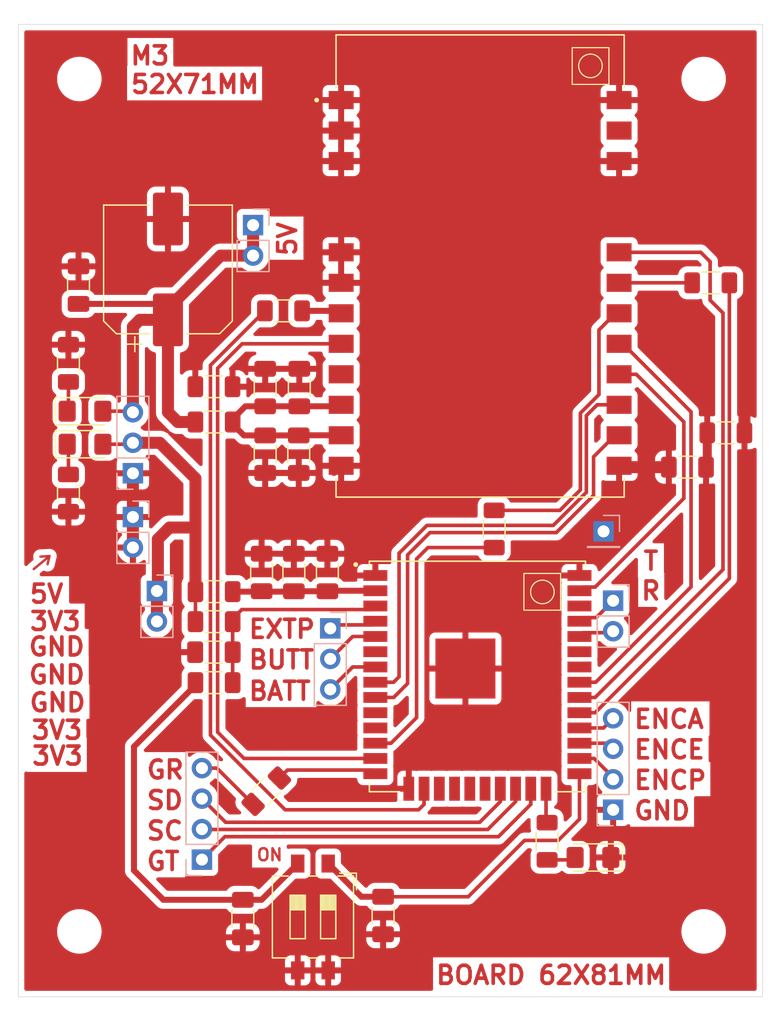
<source format=kicad_pcb>
(kicad_pcb (version 20240108) (generator "pcbnew") (generator_version "8.0")
  (layers (0 "F.Cu" signal) (31 "B.Cu" signal) (34 "B.Paste" user) (35 "F.Paste" user) (36 "B.SilkS" user "B.Silkscreen") (37 "F.SilkS" user "F.Silkscreen") (38 "B.Mask" user) (39 "F.Mask" user) (44 "Edge.Cuts" user))
  (net 0 "")
  (net 1 "GND")
  (net 2 "+3.3V")
  (net 3 "+5V")
  (net 4 "Net-(U1-RXEN)")
  (net 5 "RXEN")
  (net 6 "~{RST}")
  (net 7 "MISO")
  (net 8 "SCK")
  (net 9 "NSS")
  (net 10 "BUSY")
  (net 11 "MOSI")
  (net 12 "DIO1")
  (net 13 "TXEN")
  (net 17 "EXT_POWER_DETECT")
  (net 18 "ENC_P")
  (net 19 "SCL")
  (net 23 "GPS_TX")
  (net 25 "BUTTON")
  (net 28 "GPS_RX")
  (net 29 "STATUS_LED")
  (net 31 "ENC_E")
  (net 33 "ENC_A")
  (net 34 "BATTERY")
  (net 36 "SDA")
  (net 37 "BOOT")
  (net 38 "EN")
  (net 39 "TX0")
  (net 40 "RX0")
  (net 41 "Net-(U1-SCK)")
  (net 42 "Net-(D1-A)")
  (net 43 "Net-(U2-IO27)")
  (net 44 "Net-(D2-K)")
  (net 45 "Net-(D3-K)")
  (footprint "Resistor_SMD:R_1206_3216Metric_Pad1.30x1.75mm_HandSolder" (layer "F.Cu") (at 86.76 92.87 180)
    (property "Reference" "R2" (hide yes))
    (property "Value" "10k")
    (pad "1" smd roundrect (at -1.55 0 180) (size 1.3 1.75) (layers "F.Cu" "F.Paste" "F.Mask") (roundrect_rratio 0.192308) (net 38 "EN"))
    (pad "2" smd roundrect (at 1.55 0 180) (size 1.3 1.75) (layers "F.Cu" "F.Paste" "F.Mask") (roundrect_rratio 0.192308) (net 2 "+3.3V"))
  )
  (footprint "Capacitor_SMD:C_1206_3216Metric_Pad1.33x1.80mm_HandSolder" (layer "F.Cu") (at 93.8135 78.92 -90)
    (property "Reference" "C2" (hide yes))
    (property "Value" "22u")
    (pad "1" smd roundrect (at -1.5625 0 270) (size 1.325 1.8) (layers "F.Cu" "F.Paste" "F.Mask") (roundrect_rratio 0.188679) (net 3 "+5V"))
    (pad "2" smd roundrect (at 1.5625 0 270) (size 1.325 1.8) (layers "F.Cu" "F.Paste" "F.Mask") (roundrect_rratio 0.188679) (net 1 "GND"))
  )
  (footprint "LED_SMD:LED_1206_3216Metric_Pad1.42x1.75mm_HandSolder" (layer "F.Cu") (at 76.0125 78.09)
    (property "Reference" "D3" (hide yes))
    (property "Value" "ORANGE")
    (pad "1" smd roundrect (at -1.4875 0) (size 1.425 1.75) (layers "F.Cu" "F.Paste" "F.Mask") (roundrect_rratio 0.175439) (net 45 "Net-(D3-K)"))
    (pad "2" smd roundrect (at 1.4875 0) (size 1.425 1.75) (layers "F.Cu" "F.Paste" "F.Mask") (roundrect_rratio 0.175439) (net 2 "+3.3V"))
  )
  (footprint "Resistor_SMD:R_1206_3216Metric_Pad1.30x1.75mm_HandSolder" (layer "F.Cu") (at 86.75 73.3)
    (property "Reference" "R14" (hide yes))
    (property "Value" "0R")
    (pad "1" smd roundrect (at -1.55 0) (size 1.3 1.75) (layers "F.Cu" "F.Paste" "F.Mask") (roundrect_rratio 0.192308) (net 1 "GND"))
    (pad "2" smd roundrect (at 1.55 0) (size 1.3 1.75) (layers "F.Cu" "F.Paste" "F.Mask") (roundrect_rratio 0.192308) (net 1 "GND"))
  )
  (footprint "Capacitor_SMD:C_1206_3216Metric_Pad1.33x1.80mm_HandSolder" (layer "F.Cu") (at 100.83925 117.34525 90)
    (property "Reference" "C7" (hide yes))
    (property "Value" "100n")
    (pad "1" smd roundrect (at -1.5625 0 90) (size 1.325 1.8) (layers "F.Cu" "F.Paste" "F.Mask") (roundrect_rratio 0.188679) (net 1 "GND"))
    (pad "2" smd roundrect (at 1.5625 0 90) (size 1.325 1.8) (layers "F.Cu" "F.Paste" "F.Mask") (roundrect_rratio 0.188679) (net 37 "BOOT"))
  )
  (footprint "Resistor_SMD:R_1206_3216Metric_Pad1.30x1.75mm_HandSolder" (layer "F.Cu") (at 110.09 85.15 90)
    (property "Reference" "R7" (hide yes))
    (property "Value" "0R")
    (pad "1" smd roundrect (at -1.55 0 90) (size 1.3 1.75) (layers "F.Cu" "F.Paste" "F.Mask") (roundrect_rratio 0.192308) (net 43 "Net-(U2-IO27)"))
    (pad "2" smd roundrect (at 1.55 0 90) (size 1.3 1.75) (layers "F.Cu" "F.Paste" "F.Mask") (roundrect_rratio 0.192308) (net 11 "MOSI"))
  )
  (footprint "MountingHole:MountingHole_3.2mm_M3" (layer "F.Cu") (at 127.54 118.67)
    (property "Reference" "H4" (hide yes))
    (property "Value" "MountingHole")
    (pad "" np_thru_hole circle (at 0 0) (size 3.2 3.2) (drill 3.2) (layers "F&B.Cu" "*.Mask"))
  )
  (footprint "Resistor_SMD:R_1206_3216Metric_Pad1.30x1.75mm_HandSolder" (layer "F.Cu") (at 92.5435 66.982)
    (property "Reference" "R1" (hide yes))
    (property "Value" "0R")
    (pad "1" smd roundrect (at -1.55 0) (size 1.3 1.75) (layers "F.Cu" "F.Paste" "F.Mask") (roundrect_rratio 0.192308) (net 5 "RXEN"))
    (pad "2" smd roundrect (at 1.55 0) (size 1.3 1.75) (layers "F.Cu" "F.Paste" "F.Mask") (roundrect_rratio 0.192308) (net 4 "Net-(U1-RXEN)"))
  )
  (footprint "Resistor_SMD:R_1206_3216Metric_Pad1.30x1.75mm_HandSolder" (layer "F.Cu") (at 86.76 97.95)
    (property "Reference" "R10" (hide yes))
    (property "Value" "0R")
    (pad "1" smd roundrect (at -1.55 0) (size 1.3 1.75) (layers "F.Cu" "F.Paste" "F.Mask") (roundrect_rratio 0.192308) (net 38 "EN"))
    (pad "2" smd roundrect (at 1.55 0) (size 1.3 1.75) (layers "F.Cu" "F.Paste" "F.Mask") (roundrect_rratio 0.192308) (net 38 "EN"))
  )
  (footprint "Capacitor_SMD:C_1206_3216Metric_Pad1.33x1.80mm_HandSolder" (layer "F.Cu") (at 91.0195 78.92 -90)
    (property "Reference" "C3" (hide yes))
    (property "Value" "22u")
    (pad "1" smd roundrect (at -1.5625 0 270) (size 1.325 1.8) (layers "F.Cu" "F.Paste" "F.Mask") (roundrect_rratio 0.188679) (net 3 "+5V"))
    (pad "2" smd roundrect (at 1.5625 0 270) (size 1.325 1.8) (layers "F.Cu" "F.Paste" "F.Mask") (roundrect_rratio 0.188679) (net 1 "GND"))
  )
  (footprint "Resistor_SMD:R_1206_3216Metric_Pad1.30x1.75mm_HandSolder" (layer "F.Cu") (at 86.76 76.24)
    (property "Reference" "R8" (hide yes))
    (property "Value" "0R")
    (pad "1" smd roundrect (at -1.55 0) (size 1.3 1.75) (layers "F.Cu" "F.Paste" "F.Mask") (roundrect_rratio 0.192308) (net 3 "+5V"))
    (pad "2" smd roundrect (at 1.55 0) (size 1.3 1.75) (layers "F.Cu" "F.Paste" "F.Mask") (roundrect_rratio 0.192308) (net 3 "+5V"))
  )
  (footprint "MountingHole:MountingHole_3.2mm_M3" (layer "F.Cu") (at 75.54 47.67)
    (property "Reference" "H1" (hide yes))
    (property "Value" "MountingHole")
    (pad "" np_thru_hole circle (at 0 0) (size 3.2 3.2) (drill 3.2) (layers "*.Cu" "*.Mask"))
  )
  (footprint "LED_SMD:LED_1206_3216Metric_Pad1.42x1.75mm_HandSolder" (layer "F.Cu") (at 76.01 75.34)
    (property "Reference" "D2" (hide yes))
    (property "Value" "RED")
    (pad "1" smd roundrect (at -1.4875 0) (size 1.425 1.75) (layers "F.Cu" "F.Paste" "F.Mask") (roundrect_rratio 0.175439) (net 44 "Net-(D2-K)"))
    (pad "2" smd roundrect (at 1.4875 0) (size 1.425 1.75) (layers "F.Cu" "F.Paste" "F.Mask") (roundrect_rratio 0.175439) (net 3 "+5V"))
  )
  (footprint "Capacitor_SMD:C_1206_3216Metric_Pad1.33x1.80mm_HandSolder" (layer "F.Cu") (at 93.8615 73.3705 90)
    (property "Reference" "C6" (hide yes))
    (property "Value" "100n")
    (pad "1" smd roundrect (at -1.5625 0 90) (size 1.325 1.8) (layers "F.Cu" "F.Paste" "F.Mask") (roundrect_rratio 0.188679) (net 3 "+5V"))
    (pad "2" smd roundrect (at 1.5625 0 90) (size 1.325 1.8) (layers "F.Cu" "F.Paste" "F.Mask") (roundrect_rratio 0.188679) (net 1 "GND"))
  )
  (footprint "LED_SMD:LED_1206_3216Metric_Pad1.42x1.75mm_HandSolder" (layer "F.Cu") (at 118.32 112.51 180)
    (property "Reference" "D1" (hide yes))
    (property "Value" "BLUE")
    (pad "1" smd roundrect (at -1.4875 0 180) (size 1.425 1.75) (layers "F.Cu" "F.Paste" "F.Mask") (roundrect_rratio 0.175439) (net 1 "GND"))
    (pad "2" smd roundrect (at 1.4875 0 180) (size 1.425 1.75) (layers "F.Cu" "F.Paste" "F.Mask") (roundrect_rratio 0.175439) (net 42 "Net-(D1-A)"))
  )
  (footprint "Resistor_SMD:R_1206_3216Metric_Pad1.30x1.75mm_HandSolder" (layer "F.Cu") (at 74.63 71.35 90)
    (property "Reference" "R6" (hide yes))
    (property "Value" "330R")
    (pad "1" smd roundrect (at -1.55 0 90) (size 1.3 1.75) (layers "F.Cu" "F.Paste" "F.Mask") (roundrect_rratio 0.192308) (net 44 "Net-(D2-K)"))
    (pad "2" smd roundrect (at 1.55 0 90) (size 1.3 1.75) (layers "F.Cu" "F.Paste" "F.Mask") (roundrect_rratio 0.192308) (net 1 "GND"))
  )
  (footprint "Resistor_SMD:R_1206_3216Metric_Pad1.30x1.75mm_HandSolder" (layer "F.Cu") (at 74.63 82.16 -90)
    (property "Reference" "R5" (hide yes))
    (property "Value" "330R")
    (pad "1" smd roundrect (at -1.55 0 270) (size 1.3 1.75) (layers "F.Cu" "F.Paste" "F.Mask") (roundrect_rratio 0.192308) (net 45 "Net-(D3-K)"))
    (pad "2" smd roundrect (at 1.55 0 270) (size 1.3 1.75) (layers "F.Cu" "F.Paste" "F.Mask") (roundrect_rratio 0.192308) (net 1 "GND"))
  )
  (footprint "Resistor_SMD:R_1206_3216Metric_Pad1.30x1.75mm_HandSolder" (layer "F.Cu") (at 128.13 64.65 180)
    (property "Reference" "R3" (hide yes))
    (property "Value" "0R")
    (pad "1" smd roundrect (at -1.55 0 180) (size 1.3 1.75) (layers "F.Cu" "F.Paste" "F.Mask") (roundrect_rratio 0.192308) (net 8 "SCK"))
    (pad "2" smd roundrect (at 1.55 0 180) (size 1.3 1.75) (layers "F.Cu" "F.Paste" "F.Mask") (roundrect_rratio 0.192308) (net 41 "Net-(U1-SCK)"))
  )
  (footprint "Resistor_SMD:R_1206_3216Metric_Pad1.30x1.75mm_HandSolder" (layer "F.Cu") (at 86.76 90.37)
    (property "Reference" "R9" (hide yes))
    (property "Value" "0R")
    (pad "1" smd roundrect (at -1.55 0) (size 1.3 1.75) (layers "F.Cu" "F.Paste" "F.Mask") (roundrect_rratio 0.192308) (net 2 "+3.3V"))
    (pad "2" smd roundrect (at 1.55 0) (size 1.3 1.75) (layers "F.Cu" "F.Paste" "F.Mask") (roundrect_rratio 0.192308) (net 2 "+3.3V"))
  )
  (footprint "aa_ld1:KLS7-KL-02-N-0-0" (layer "F.Cu") (at 95.00725 117.46725 -90)
    (property "Reference" "SW3" (hide yes))
    (property "Value" "KLS7-KL-02-N-0-0")
    (fp_text user "ON" (at -5.17725 3.61725 180) (layer "F.Cu") (effects (font (thickness 0.2) (bold yes))))
    (pad "1" smd rect (at -4.45 -1.26 270) (size 1.5 1.12) (layers "F.Cu" "F.Paste" "F.Mask") (net 37 "BOOT"))
    (pad "2" smd rect (at -4.45 1.28 270) (size 1.5 1.12) (layers "F.Cu" "F.Paste" "F.Mask") (net 38 "EN"))
    (pad "3" smd rect (at 4.45 1.28 270) (size 1.5 1.12) (layers "F.Cu" "F.Paste" "F.Mask") (net 1 "GND"))
    (pad "4" smd rect (at 4.45 -1.26 270) (size 1.5 1.12) (layers "F.Cu" "F.Paste" "F.Mask") (net 1 "GND"))
  )
  (footprint "Capacitor_SMD:C_1206_3216Metric_Pad1.33x1.80mm_HandSolder" (layer "F.Cu") (at 90.72 88.77 90)
    (property "Reference" "C12" (hide yes))
    (property "Value" "100u")
    (pad "1" smd roundrect (at -1.5625 0 90) (size 1.325 1.8) (layers "F.Cu" "F.Paste" "F.Mask") (roundrect_rratio 0.188679) (net 2 "+3.3V"))
    (pad "2" smd roundrect (at 1.5625 0 90) (size 1.325 1.8) (layers "F.Cu" "F.Paste" "F.Mask") (roundrect_rratio 0.188679) (net 1 "GND"))
  )
  (footprint "Capacitor_SMD:C_1206_3216Metric_Pad1.33x1.80mm_HandSolder" (layer "F.Cu") (at 93.406 88.776 90)
    (property "Reference" "C4" (hide yes))
    (property "Value" "22u")
    (pad "1" smd roundrect (at -1.5625 0 90) (size 1.325 1.8) (layers "F.Cu" "F.Paste" "F.Mask") (roundrect_rratio 0.188679) (net 2 "+3.3V"))
    (pad "2" smd roundrect (at 1.5625 0 90) (size 1.325 1.8) (layers "F.Cu" "F.Paste" "F.Mask") (roundrect_rratio 0.188679) (net 1 "GND"))
  )
  (footprint "Capacitor_SMD:CP_Elec_10x10.5" (layer "F.Cu") (at 82.92 63.53 90)
    (property "Reference" "C10" (hide yes))
    (property "Value" "1mF")
    (pad "1" smd roundrect (at -4.2 0 90) (size 4.4 2.5) (layers "F.Cu" "F.Paste" "F.Mask") (roundrect_rratio 0.1) (net 3 "+5V"))
    (pad "2" smd roundrect (at 4.2 0 90) (size 4.4 2.5) (layers "F.Cu" "F.Paste" "F.Mask") (roundrect_rratio 0.1) (net 1 "GND"))
  )
  (footprint "Resistor_SMD:R_1206_3216Metric_Pad1.30x1.75mm_HandSolder" (layer "F.Cu") (at 91.11 106.99 45)
    (property "Reference" "R11" (hide yes))
    (property "Value" "0R")
    (pad "1" smd roundrect (at -1.550001 0 45) (size 1.3 1.75) (layers "F.Cu" "F.Paste" "F.Mask") (roundrect_rratio 0.192308) (net 28 "GPS_RX"))
    (pad "2" smd roundrect (at 1.550001 0 45) (size 1.3 1.75) (layers "F.Cu" "F.Paste" "F.Mask") (roundrect_rratio 0.192308) (net 28 "GPS_RX"))
  )
  (footprint "MountingHole:MountingHole_3.2mm_M3" (layer "F.Cu") (at 127.54 47.67)
    (property "Reference" "H2" (hide yes))
    (property "Value" "MountingHole")
    (pad "" np_thru_hole circle (at 0 0) (size 3.2 3.2) (drill 3.2) (layers "*.Cu" "*.Mask"))
  )
  (footprint "Resistor_SMD:R_1206_3216Metric_Pad1.30x1.75mm_HandSolder" (layer "F.Cu") (at 129.39 77.14)
    (property "Reference" "R12" (hide yes))
    (property "Value" "0R")
    (pad "1" smd roundrect (at -1.55 0) (size 1.3 1.75) (layers "F.Cu" "F.Paste" "F.Mask") (roundrect_rratio 0.192308) (net 1 "GND"))
    (pad "2" smd roundrect (at 1.55 0) (size 1.3 1.75) (layers "F.Cu" "F.Paste" "F.Mask") (roundrect_rratio 0.192308) (net 1 "GND"))
  )
  (footprint "Capacitor_SMD:C_1206_3216Metric_Pad1.33x1.80mm_HandSolder" (layer "F.Cu") (at 96.2 88.776 90)
    (property "Reference" "C1" (hide yes))
    (property "Value" "100n")
    (pad "1" smd roundrect (at -1.5625 0 90) (size 1.325 1.8) (layers "F.Cu" "F.Paste" "F.Mask") (roundrect_rratio 0.188679) (net 2 "+3.3V"))
    (pad "2" smd roundrect (at 1.5625 0 90) (size 1.325 1.8) (layers "F.Cu" "F.Paste" "F.Mask") (roundrect_rratio 0.188679) (net 1 "GND"))
  )
  (footprint "aa_ld1:E22-400M30S" (layer "F.Cu") (at 108.9205 63.246 180)
    (property "Reference" "U1" (hide yes))
    (property "Value" "E22-400M30S")
    (pad "1" smd rect (at 11.575 13.82 180) (size 2.08 1.51) (layers "F.Cu" "F.Paste" "F.Mask") (net 1 "GND"))
    (pad "2" smd rect (at 11.575 11.28 180) (size 2.08 1.51) (layers "F.Cu" "F.Paste" "F.Mask") (net 1 "GND"))
    (pad "3" smd rect (at 11.575 8.74 180) (size 2.08 1.51) (layers "F.Cu" "F.Paste" "F.Mask") (net 1 "GND"))
    (pad "4" smd rect (at 11.575 1.14 180) (size 2.08 1.51) (layers "F.Cu" "F.Paste" "F.Mask") (net 1 "GND"))
    (pad "5" smd rect (at 11.575 -1.4 180) (size 2.08 1.51) (layers "F.Cu" "F.Paste" "F.Mask") (net 1 "GND"))
    (pad "6" smd rect (at 11.575 -3.94 180) (size 2.08 1.51) (layers "F.Cu" "F.Paste" "F.Mask") (net 4 "Net-(U1-RXEN)"))
    (pad "7" smd rect (at 11.575 -6.48 180) (size 2.08 1.51) (layers "F.Cu" "F.Paste" "F.Mask") (net 13 "TXEN"))
    (pad "8" smd rect (at 11.575 -9.02 180) (size 2.08 1.51) (layers "F.Cu" "F.Paste" "F.Mask"))
    (pad "9" smd rect (at 11.575 -11.56 180) (size 2.08 1.51) (layers "F.Cu" "F.Paste" "F.Mask") (net 3 "+5V"))
    (pad "10" smd rect (at 11.575 -14.1 180) (size 2.08 1.51) (layers "F.Cu" "F.Paste" "F.Mask") (net 3 "+5V"))
    (pad "11" smd rect (at 11.575 -16.64 180) (size 2.08 1.51) (layers "F.Cu" "F.Paste" "F.Mask") (net 1 "GND"))
    (pad "12" smd rect (at -11.575 -16.64 180) (size 2.08 1.51) (layers "F.Cu" "F.Paste" "F.Mask") (net 1 "GND"))
    (pad "13" smd rect (at -11.575 -14.1 180) (size 2.08 1.51) (layers "F.Cu" "F.Paste" "F.Mask") (net 12 "DIO1"))
    (pad "14" smd rect (at -11.575 -11.56 180) (size 2.08 1.51) (layers "F.Cu" "F.Paste" "F.Mask") (net 10 "BUSY"))
    (pad "15" smd rect (at -11.575 -9.02 180) (size 2.08 1.51) (layers "F.Cu" "F.Paste" "F.Mask") (net 6 "~{RST}"))
    (pad "16" smd rect (at -11.575 -6.48 180) (size 2.08 1.51) (layers "F.Cu" "F.Paste" "F.Mask") (net 7 "MISO"))
    (pad "17" smd rect (at -11.575 -3.94 180) (size 2.08 1.51) (layers "F.Cu" "F.Paste" "F.Mask") (net 11 "MOSI"))
    (pad "18" smd rect (at -11.575 -1.4 180) (size 2.08 1.51) (layers "F.Cu" "F.Paste" "F.Mask") (net 41 "Net-(U1-SCK)"))
    (pad "19" smd rect (at -11.575 1.14 180) (size 2.08 1.51) (layers "F.Cu" "F.Paste" "F.Mask") (net 9 "NSS"))
    (pad "20" smd rect (at -11.575 8.74 180) (size 2.08 1.51) (layers "F.Cu" "F.Paste" "F.Mask") (net 1 "GND"))
    (pad "21" smd rect (at -11.575 11.28 180) (size 2.08 1.51) (layers "F.Cu" "F.Paste" "F.Mask"))
    (pad "22" smd rect (at -11.575 13.82 180) (size 2.08 1.51) (layers "F.Cu" "F.Paste" "F.Mask") (net 1 "GND"))
  )
  (footprint "Capacitor_SMD:C_1206_3216Metric_Pad1.33x1.80mm_HandSolder" (layer "F.Cu") (at 86.7475 95.41)
    (property "Reference" "C8" (hide yes))
    (property "Value" "100n")
    (pad "1" smd roundrect (at -1.5625 0) (size 1.325 1.8) (layers "F.Cu" "F.Paste" "F.Mask") (roundrect_rratio 0.188679) (net 1 "GND"))
    (pad "2" smd roundrect (at 1.5625 0) (size 1.325 1.8) (layers "F.Cu" "F.Paste" "F.Mask") (roundrect_rratio 0.188679) (net 38 "EN"))
  )
  (footprint "MountingHole:MountingHole_3.2mm_M3" (layer "F.Cu") (at 75.54 118.67)
    (property "Reference" "H3" (hide yes))
    (property "Value" "MountingHole")
    (pad "" np_thru_hole circle (at 0 0) (size 3.2 3.2) (drill 3.2) (layers "*.Cu" "*.Mask"))
  )
  (footprint "Resistor_SMD:R_1206_3216Metric_Pad1.30x1.75mm_HandSolder" (layer "F.Cu") (at 126.19 80)
    (property "Reference" "R13" (hide yes))
    (property "Value" "0R")
    (pad "1" smd roundrect (at -1.55 0) (size 1.3 1.75) (layers "F.Cu" "F.Paste" "F.Mask") (roundrect_rratio 0.192308) (net 1 "GND"))
    (pad "2" smd roundrect (at 1.55 0) (size 1.3 1.75) (layers "F.Cu" "F.Paste" "F.Mask") (roundrect_rratio 0.192308) (net 1 "GND"))
  )
  (footprint "Capacitor_SMD:C_1206_3216Metric_Pad1.33x1.80mm_HandSolder" (layer "F.Cu") (at 89.15525 117.59925 -90)
    (property "Reference" "C9" (hide yes))
    (property "Value" "100n")
    (pad "1" smd roundrect (at -1.5625 0 270) (size 1.325 1.8) (layers "F.Cu" "F.Paste" "F.Mask") (roundrect_rratio 0.188679) (net 38 "EN"))
    (pad "2" smd roundrect (at 1.5625 0 270) (size 1.325 1.8) (layers "F.Cu" "F.Paste" "F.Mask") (roundrect_rratio 0.188679) (net 1 "GND"))
  )
  (footprint "aa_ld1:ESP32-WROOM-32U" (layer "F.Cu") (at 108.696 97.434)
    (property "Reference" "U2" (hide yes))
    (property "Value" "ESP32-WROOM-32U")
    (pad "1" smd rect (at -8.5 -8.41) (size 2 0.9) (layers "F.Cu" "F.Paste" "F.Mask") (net 1 "GND"))
    (pad "2" smd rect (at -8.5 -7.14) (size 2 0.9) (layers "F.Cu" "F.Paste" "F.Mask") (net 2 "+3.3V"))
    (pad "3" smd rect (at -8.5 -5.87) (size 2 0.9) (layers "F.Cu" "F.Paste" "F.Mask") (net 38 "EN"))
    (pad "4" smd rect (at -8.5 -4.6) (size 2 0.9) (layers "F.Cu" "F.Paste" "F.Mask") (net 17 "EXT_POWER_DETECT"))
    (pad "5" smd rect (at -8.5 -3.33) (size 2 0.9) (layers "F.Cu" "F.Paste" "F.Mask") (net 25 "BUTTON"))
    (pad "6" smd rect (at -8.5 -2.06) (size 2 0.9) (layers "F.Cu" "F.Paste" "F.Mask"))
    (pad "7" smd rect (at -8.5 -0.79) (size 2 0.9) (layers "F.Cu" "F.Paste" "F.Mask") (net 34 "BATTERY"))
    (pad "8" smd rect (at -8.5 0.48) (size 2 0.9) (layers "F.Cu" "F.Paste" "F.Mask") (net 10 "BUSY"))
    (pad "9" smd rect (at -8.5 1.75) (size 2 0.9) (layers "F.Cu" "F.Paste" "F.Mask") (net 12 "DIO1"))
    (pad "10" smd rect (at -8.5 3.02) (size 2 0.9) (layers "F.Cu" "F.Paste" "F.Mask"))
    (pad "11" smd rect (at -8.5 4.29) (size 2 0.9) (layers "F.Cu" "F.Paste" "F.Mask"))
    (pad "12" smd rect (at -8.5 5.56) (size 2 0.9) (layers "F.Cu" "F.Paste" "F.Mask") (net 43 "Net-(U2-IO27)"))
    (pad "13" smd rect (at -8.5 6.83) (size 2 0.9) (layers "F.Cu" "F.Paste" "F.Mask") (net 13 "TXEN"))
    (pad "14" smd rect (at -8.5 8.1) (size 2 0.9) (layers "F.Cu" "F.Paste" "F.Mask") (net 28 "GPS_RX"))
    (pad "15" smd rect (at -5.715 9.35) (size 0.9 2) (layers "F.Cu" "F.Paste" "F.Mask") (net 1 "GND"))
    (pad "16" smd rect (at -4.445 9.35) (size 0.9 2) (layers "F.Cu" "F.Paste" "F.Mask") (net 5 "RXEN"))
    (pad "17" smd rect (at -3.175 9.35) (size 0.9 2) (layers "F.Cu" "F.Paste" "F.Mask"))
    (pad "18" smd rect (at -1.905 9.35) (size 0.9 2) (layers "F.Cu" "F.Paste" "F.Mask"))
    (pad "19" smd rect (at -0.635 9.35) (size 0.9 2) (layers "F.Cu" "F.Paste" "F.Mask"))
    (pad "20" smd rect (at 0.635 9.35) (size 0.9 2) (layers "F.Cu" "F.Paste" "F.Mask"))
    (pad "21" smd rect (at 1.905 9.35) (size 0.9 2) (layers "F.Cu" "F.Paste" "F.Mask") (net 36 "SDA"))
    (pad "22" smd rect (at 3.175 9.35) (size 0.9 2) (layers "F.Cu" "F.Paste" "F.Mask") (net 19 "SCL"))
    (pad "23" smd rect (at 4.445 9.35) (size 0.9 2) (layers "F.Cu" "F.Paste" "F.Mask") (net 23 "GPS_TX"))
    (pad "24" smd rect (at 5.715 9.35) (size 0.9 2) (layers "F.Cu" "F.Paste" "F.Mask") (net 29 "STATUS_LED"))
    (pad "25" smd rect (at 8.5 8.1) (size 2 0.9) (layers "F.Cu" "F.Paste" "F.Mask") (net 37 "BOOT"))
    (pad "26" smd rect (at 8.5 6.83) (size 2 0.9) (layers "F.Cu" "F.Paste" "F.Mask") (net 18 "ENC_P"))
    (pad "27" smd rect (at 8.5 5.56) (size 2 0.9) (layers "F.Cu" "F.Paste" "F.Mask") (net 31 "ENC_E"))
    (pad "28" smd rect (at 8.5 4.29) (size 2 0.9) (layers "F.Cu" "F.Paste" "F.Mask") (net 33 "ENC_A"))
    (pad "29" smd rect (at 8.5 3.02) (size 2 0.9) (layers "F.Cu" "F.Paste" "F.Mask") (net 8 "SCK"))
    (pad "30" smd rect (at 8.5 1.75) (size 2 0.9) (layers "F.Cu" "F.Paste" "F.Mask") (net 9 "NSS"))
    (pad "31" smd rect (at 8.5 0.48) (size 2 0.9) (layers "F.Cu" "F.Paste" "F.Mask") (net 7 "MISO"))
    (pad "32" smd rect (at 8.5 -0.79) (size 2 0.9) (layers "F.Cu" "F.Paste" "F.Mask"))
    (pad "33" smd rect (at 8.5 -2.06) (size 2 0.9) (layers "F.Cu" "F.Paste" "F.Mask"))
    (pad "34" smd rect (at 8.5 -3.33) (size 2 0.9) (layers "F.Cu" "F.Paste" "F.Mask") (net 40 "RX0"))
    (pad "35" smd rect (at 8.5 -4.6) (size 2 0.9) (layers "F.Cu" "F.Paste" "F.Mask") (net 39 "TX0"))
    (pad "36" smd rect (at 8.5 -5.87) (size 2 0.9) (layers "F.Cu" "F.Paste" "F.Mask"))
    (pad "37" smd rect (at 8.5 -7.14) (size 2 0.9) (layers "F.Cu" "F.Paste" "F.Mask") (net 6 "~{RST}"))
    (pad "38" smd rect (at 8.5 -8.41) (size 2 0.9) (layers "F.Cu" "F.Paste" "F.Mask") (net 1 "GND"))
    (pad "39" smd rect (at -1 -0.66) (size 5 5) (property pad_prop_heatsink) (layers "F.Cu" "F.Paste" "F.Mask") (net 1 "GND"))
  )
  (footprint "Capacitor_SMD:C_1206_3216Metric_Pad1.33x1.80mm_HandSolder" (layer "F.Cu") (at 91.0195 73.3705 90)
    (property "Reference" "C5" (hide yes))
    (property "Value" "100n")
    (pad "1" smd roundrect (at -1.5625 0 90) (size 1.325 1.8) (layers "F.Cu" "F.Paste" "F.Mask") (roundrect_rratio 0.188679) (net 3 "+5V"))
    (pad "2" smd roundrect (at 1.5625 0 90) (size 1.325 1.8) (layers "F.Cu" "F.Paste" "F.Mask") (roundrect_rratio 0.188679) (net 1 "GND"))
  )
  (footprint "Capacitor_SMD:C_1206_3216Metric_Pad1.33x1.80mm_HandSolder" (layer "F.Cu") (at 75.47 64.84 90)
    (property "Reference" "C11" (hide yes))
    (property "Value" "100u")
    (pad "1" smd roundrect (at -1.5625 0 90) (size 1.325 1.8) (layers "F.Cu" "F.Paste" "F.Mask") (roundrect_rratio 0.188679) (net 3 "+5V"))
    (pad "2" smd roundrect (at 1.5625 0 90) (size 1.325 1.8) (layers "F.Cu" "F.Paste" "F.Mask") (roundrect_rratio 0.188679) (net 1 "GND"))
  )
  (footprint "Resistor_SMD:R_1206_3216Metric_Pad1.30x1.75mm_HandSolder" (layer "F.Cu") (at 114.5 111.16 -90)
    (property "Reference" "R4" (hide yes))
    (property "Value" "330R")
    (pad "1" smd roundrect (at -1.55 0 270) (size 1.3 1.75) (layers "F.Cu" "F.Paste" "F.Mask") (roundrect_rratio 0.192308) (net 29 "STATUS_LED"))
    (pad "2" smd roundrect (at 1.55 0 270) (size 1.3 1.75) (layers "F.Cu" "F.Paste" "F.Mask") (roundrect_rratio 0.192308) (net 42 "Net-(D1-A)"))
  )
  (footprint "Connector_PinHeader_2.54mm:PinHeader_1x03_P2.54mm_Vertical" (layer "B.Cu") (at 80 80.51)
    (property "Reference" "J4" (hide yes))
    (property "Value" "POWER")
    (pad "1" thru_hole rect (at 0 0) (size 1.7 1.7) (drill 1) (layers "*.Cu" "*.Mask") (net 1 "GND"))
    (pad "2" thru_hole oval (at 0 -2.54) (size 1.7 1.7) (drill 1) (layers "*.Cu" "*.Mask") (net 2 "+3.3V"))
    (pad "3" thru_hole oval (at 0 -5.08) (size 1.7 1.7) (drill 1) (layers "*.Cu" "*.Mask") (net 3 "+5V"))
  )
  (footprint "Connector_PinHeader_2.54mm:PinHeader_1x02_P2.54mm_Vertical" (layer "B.Cu") (at 90.01 59.84 180)
    (property "Reference" "J5" (hide yes))
    (property "Value" "5V")
    (pad "1" thru_hole rect (at 0 0 180) (size 1.7 1.7) (drill 1) (layers "*.Cu" "*.Mask") (net 3 "+5V"))
    (pad "2" thru_hole oval (at 0 -2.54 180) (size 1.7 1.7) (drill 1) (layers "*.Cu" "*.Mask") (net 3 "+5V"))
  )
  (footprint "Connector_PinHeader_2.54mm:PinHeader_1x02_P2.54mm_Vertical" (layer "B.Cu") (at 80 84.155 180)
    (property "Reference" "J6" (hide yes))
    (property "Value" "GND")
    (pad "1" thru_hole rect (at 0 0 180) (size 1.7 1.7) (drill 1) (layers "*.Cu" "*.Mask") (net 1 "GND"))
    (pad "2" thru_hole oval (at 0 -2.54 180) (size 1.7 1.7) (drill 1) (layers "*.Cu" "*.Mask") (net 1 "GND"))
  )
  (footprint "Connector_PinHeader_2.54mm:PinHeader_1x02_P2.54mm_Vertical" (layer "B.Cu") (at 120 91.125 180)
    (property "Reference" "J2" (hide yes))
    (property "Value" "PROG")
    (pad "1" thru_hole rect (at 0 0 180) (size 1.7 1.7) (drill 1) (layers "*.Cu" "*.Mask") (net 39 "TX0"))
    (pad "2" thru_hole oval (at 0 -2.54 180) (size 1.7 1.7) (drill 1) (layers "*.Cu" "*.Mask") (net 40 "RX0"))
  )
  (footprint "Connector_PinHeader_2.54mm:PinHeader_1x01_P2.54mm_Vertical" (layer "B.Cu") (at 119.2 85.35 180)
    (property "Reference" "J9" (hide yes))
    (property "Value" "GND")
    (pad "1" thru_hole rect (at 0 0 180) (size 1.7 1.7) (drill 1) (layers "*.Cu" "*.Mask") (net 1 "GND"))
  )
  (footprint "Connector_PinHeader_2.54mm:PinHeader_1x04_P2.54mm_Vertical" (layer "B.Cu") (at 120 108.54)
    (property "Reference" "J1" (hide yes))
    (property "Value" "ENCODER")
    (pad "1" thru_hole rect (at 0 0) (size 1.7 1.7) (drill 1) (layers "*.Cu" "*.Mask") (net 1 "GND"))
    (pad "2" thru_hole oval (at 0 -2.54) (size 1.7 1.7) (drill 1) (layers "*.Cu" "*.Mask") (net 18 "ENC_P"))
    (pad "3" thru_hole oval (at 0 -5.08) (size 1.7 1.7) (drill 1) (layers "*.Cu" "*.Mask") (net 31 "ENC_E"))
    (pad "4" thru_hole oval (at 0 -7.62) (size 1.7 1.7) (drill 1) (layers "*.Cu" "*.Mask") (net 33 "ENC_A"))
  )
  (footprint "Connector_PinHeader_2.54mm:PinHeader_1x03_P2.54mm_Vertical" (layer "B.Cu") (at 96.44 93.43 180)
    (property "Reference" "J3" (hide yes))
    (property "Value" "MISC")
    (pad "1" thru_hole rect (at 0 0 180) (size 1.7 1.7) (drill 1) (layers "*.Cu" "*.Mask") (net 17 "EXT_POWER_DETECT"))
    (pad "2" thru_hole oval (at 0 -2.54 180) (size 1.7 1.7) (drill 1) (layers "*.Cu" "*.Mask") (net 25 "BUTTON"))
    (pad "3" thru_hole oval (at 0 -5.08 180) (size 1.7 1.7) (drill 1) (layers "*.Cu" "*.Mask") (net 34 "BATTERY"))
  )
  (footprint "Connector_PinHeader_2.54mm:PinHeader_1x04_P2.54mm_Vertical" (layer "B.Cu") (at 85.75 112.69)
    (property "Reference" "J8" (hide yes))
    (property "Value" "GPS+OLED")
    (pad "1" thru_hole rect (at 0 0) (size 1.7 1.7) (drill 1) (layers "*.Cu" "*.Mask") (net 23 "GPS_TX"))
    (pad "2" thru_hole oval (at 0 -2.54) (size 1.7 1.7) (drill 1) (layers "*.Cu" "*.Mask") (net 19 "SCL"))
    (pad "3" thru_hole oval (at 0 -5.08) (size 1.7 1.7) (drill 1) (layers "*.Cu" "*.Mask") (net 36 "SDA"))
    (pad "4" thru_hole oval (at 0 -7.62) (size 1.7 1.7) (drill 1) (layers "*.Cu" "*.Mask") (net 28 "GPS_RX"))
  )
  (footprint "Connector_PinHeader_2.54mm:PinHeader_1x02_P2.54mm_Vertical" (layer "B.Cu") (at 82 90.315 180)
    (property "Reference" "J7" (hide yes))
    (property "Value" "3V3")
    (pad "1" thru_hole rect (at 0 0 180) (size 1.7 1.7) (drill 1) (layers "*.Cu" "*.Mask") (net 2 "+3.3V"))
    (pad "2" thru_hole oval (at 0 -2.54 180) (size 1.7 1.7) (drill 1) (layers "*.Cu" "*.Mask") (net 2 "+3.3V"))
  )
  (gr_line (start 71.74 88.49) (end 73.05 87.41) (stroke (width 0.2)) (layer "F.Cu"))
  (gr_line (start 73.05 87.41) (end 72.3 87.45) (stroke (width 0.2)) (layer "F.Cu"))
  (gr_line (start 73.05 87.41) (end 72.89 88.09) (stroke (width 0.2)) (layer "F.Cu"))
  (gr_rect (start 70.455 43.12) (end 132.455 124.12) (stroke (width 0.05)) (fill none) (layer "Edge.Cuts"))
  (gr_text "3V3" (at 71.27 93.72 0) (layer "F.Cu") (effects (font (size 1.5 1.5) (thickness 0.3) (bold yes)) (justify left bottom)))
  (gr_text "5V" (at 71.26 91.44 0) (layer "F.Cu") (effects (font (size 1.5 1.5) (thickness 0.3) (bold yes)) (justify left bottom)))
  (gr_text "GND" (at 71.24 100.49 0) (layer "F.Cu") (effects (font (size 1.5 1.5) (thickness 0.3) (bold yes)) (justify left bottom)))
  (gr_text "3V3" (at 71.45 104.93 0) (layer "F.Cu") (effects (font (size 1.5 1.5) (thickness 0.3) (bold yes)) (justify left bottom)))
  (gr_text "ENCA" (at 121.6 101.87 0) (layer "F.Cu") (effects (font (size 1.5 1.5) (thickness 0.3) (bold yes)) (justify left bottom)))
  (gr_text "GND" (at 71.18 98.17 0) (layer "F.Cu") (effects (font (size 1.5 1.5) (thickness 0.3) (bold yes)) (justify left bottom)))
  (gr_text "GT" (at 81 113.71 0) (layer "F.Cu") (effects (font (size 1.5 1.5) (thickness 0.3) (bold yes)) (justify left bottom)))
  (gr_text "3V3" (at 71.41 102.78 0) (layer "F.Cu") (effects (font (size 1.5 1.5) (thickness 0.3) (bold yes)) (justify left bottom)))
  (gr_text "GND" (at 121.6 109.49 0) (layer "F.Cu") (effects (font (size 1.5 1.5) (thickness 0.3) (bold yes)) (justify left bottom)))
  (gr_text "GR" (at 81 106.09 0) (layer "F.Cu") (effects (font (size 1.5 1.5) (thickness 0.3) (bold yes)) (justify left bottom)))
  (gr_text "M3" (at 79.65 46.61 0) (layer "F.Cu") (effects (font (size 1.5 1.5) (thickness 0.3) (bold yes)) (justify left bottom)))
  (gr_text "52X71MM" (at 79.69 48.99 0) (layer "F.Cu") (effects (font (size 1.5 1.5) (thickness 0.3) (bold yes)) (justify left bottom)))
  (gr_text "BOARD 62X81MM" (at 105.1 123.19 0) (layer "F.Cu") (effects (font (size 1.5 1.5) (thickness 0.3) (bold yes)) (justify left bottom)))
  (gr_text "BATT\n" (at 89.5 99.53 0) (layer "F.Cu") (effects (font (size 1.5 1.5) (thickness 0.3) (bold yes)) (justify left bottom)))
  (gr_text "GND" (at 71.17 95.84 0) (layer "F.Cu") (effects (font (size 1.5 1.5) (thickness 0.3) (bold yes)) (justify left bottom)))
  (gr_text "5V" (at 93.75 62.55 90) (layer "F.Cu") (effects (font (size 1.5 1.5) (thickness 0.3) (bold yes)) (justify left bottom)))
  (gr_text "ENCE" (at 121.6 104.41 0) (layer "F.Cu") (effects (font (size 1.5 1.5) (thickness 0.3) (bold yes)) (justify left bottom)))
  (gr_text "ENCP" (at 121.6 106.95 0) (layer "F.Cu") (effects (font (size 1.5 1.5) (thickness 0.3) (bold yes)) (justify left bottom)))
  (gr_text "BUTT" (at 89.5 96.92 0) (layer "F.Cu") (effects (font (size 1.5 1.5) (thickness 0.3) (bold yes)) (justify left bottom)))
  (gr_text "SD" (at 81 108.63 0) (layer "F.Cu") (effects (font (size 1.5 1.5) (thickness 0.3) (bold yes)) (justify left bottom)))
  (gr_text "SC" (at 81 111.17 0) (layer "F.Cu") (effects (font (size 1.5 1.5) (thickness 0.3) (bold yes)) (justify left bottom)))
  (gr_text "EXTP" (at 89.5 94.37 0) (layer "F.Cu") (effects (font (size 1.5 1.5) (thickness 0.3) (bold yes)) (justify left bottom)))
  (gr_text "T" (at 122.38 88.7 0) (layer "F.Cu") (effects (font (size 1.5 1.5) (thickness 0.3) (bold yes)) (justify left bottom)))
  (gr_text "R" (at 122.19 91.18 0) (layer "F.Cu") (effects (font (size 1.5 1.5) (thickness 0.3) (bold yes)) (justify left bottom)))
  (segment (start 80 94.51) (end 80 86.695) (width 0.5) (layer "F.Cu") (net 1))
  (segment (start 127.84 77.14) (end 127.84 79.9) (width 0.75) (layer "F.Cu") (net 1))
  (segment (start 85.185 95.41) (end 80.9 95.41) (width 0.5) (layer "F.Cu") (net 1))
  (segment (start 130.94 77.14) (end 130.94 75.37) (width 1) (layer "F.Cu") (net 1))
  (segment (start 93.8135 80.4825) (end 91.0195 80.4825) (width 0.5) (layer "F.Cu") (net 1))
  (segment (start 120.6095 80) (end 120.4955 79.886) (width 1) (layer "F.Cu") (net 1))
  (segment (start 96.749 80.4825) (end 97.3455 79.886) (width 0.5) (layer "F.Cu") (net 1))
  (segment (start 127.84 79.9) (end 127.74 80) (width 0.75) (layer "F.Cu") (net 1))
  (segment (start 124.64 80) (end 120.6095 80) (width 1) (layer "F.Cu") (net 1))
  (segment (start 80.9 95.41) (end 80 94.51) (width 0.5) (layer "F.Cu") (net 1))
  (segment (start 80 80.51) (end 80 86.675) (width 1) (layer "F.Cu") (net 1))
  (segment (start 93.8615 71.808) (end 91.0195 71.808) (width 0.5) (layer "F.Cu") (net 1))
  (segment (start 93.406 87.2135) (end 96.2 87.2135) (width 0.5) (layer "F.Cu") (net 1))
  (segment (start 80 86.675) (end 80.02 86.695) (width 1) (layer "F.Cu") (net 1))
  (segment (start 130.94 75.37) (end 130.92 75.35) (width 1) (layer "F.Cu") (net 1))
  (segment (start 77.5 78.09) (end 79.88 78.09) (width 0.3) (layer "F.Cu") (net 2))
  (segment (start 82.24 77.97) (end 85.21 80.94) (width 1) (layer "F.Cu") (net 2))
  (segment (start 85.21 92.87) (end 85.21 90.37) (width 0.3) (layer "F.Cu") (net 2))
  (segment (start 85.21 80.94) (end 85.21 85.03) (width 1) (layer "F.Cu") (net 2))
  (segment (start 79.88 78.09) (end 80 77.97) (width 0.3) (layer "F.Cu") (net 2))
  (segment (start 88.31 90.37) (end 93.3745 90.37) (width 0.5) (layer "F.Cu") (net 2))
  (segment (start 96.2445 90.294) (end 96.2 90.3385) (width 0.5) (layer "F.Cu") (net 2))
  (segment (start 100.196 90.294) (end 96.2445 90.294) (width 0.5) (layer "F.Cu") (net 2))
  (segment (start 83.05 85.03) (end 82.08 86) (width 1) (layer "F.Cu") (net 2))
  (segment (start 82 90.315) (end 82 92.855) (width 1) (layer "F.Cu") (net 2))
  (segment (start 82.08 90.305) (end 82.09 90.315) (width 1) (layer "F.Cu") (net 2))
  (segment (start 85.21 85.03) (end 83.05 85.03) (width 1) (layer "F.Cu") (net 2))
  (segment (start 93.406 90.3385) (end 96.2 90.3385) (width 0.5) (layer "F.Cu") (net 2))
  (segment (start 93.3745 90.37) (end 93.406 90.3385) (width 0.5) (layer "F.Cu") (net 2))
  (segment (start 80 77.97) (end 82.24 77.97) (width 1) (layer "F.Cu") (net 2))
  (segment (start 82.08 86) (end 82.08 90.305) (width 1) (layer "F.Cu") (net 2))
  (segment (start 85.21 85.03) (end 85.21 90.37) (width 1) (layer "F.Cu") (net 2))
  (segment (start 93.8615 74.933) (end 97.2185 74.933) (width 0.5) (layer "F.Cu") (net 3))
  (segment (start 97.2185 74.933) (end 97.3455 74.806) (width 0.5) (layer "F.Cu") (net 3))
  (segment (start 89.2475 77.3575) (end 91.0195 77.3575) (width 0.5) (layer "F.Cu") (net 3))
  (segment (start 82.92 67.73) (end 82.92 75.42) (width 1) (layer "F.Cu") (net 3))
  (segment (start 89.367 74.933) (end 91.0195 74.933) (width 0.5) (layer "F.Cu") (net 3))
  (segment (start 88.31 76.24) (end 88.31 76.42) (width 0.5) (layer "F.Cu") (net 3))
  (segment (start 80 75.43) (end 80 68.3) (width 1) (layer "F.Cu") (net 3))
  (segment (start 90.01 59.84) (end 90.01 62.38) (width 1) (layer "F.Cu") (net 3))
  (segment (start 84.78 64.91) (end 87.31 62.38) (width 1) (layer "F.Cu") (net 3))
  (segment (start 87.31 62.38) (end 90.01 62.38) (width 1) (layer "F.Cu") (net 3))
  (segment (start 91.0195 74.933) (end 93.8615 74.933) (width 0.5) (layer "F.Cu") (net 3))
  (segment (start 83.74 76.24) (end 85.21 76.24) (width 1) (layer "F.Cu") (net 3))
  (segment (start 83.54 67.11) (end 83.54 66.16) (width 1) (layer "F.Cu") (net 3))
  (segment (start 80 68.3) (end 80.57 67.73) (width 1) (layer "F.Cu") (net 3))
  (segment (start 93.825 77.346) (end 93.8135 77.3575) (width 0.5) (layer "F.Cu") (net 3))
  (segment (start 88.31 75.99) (end 89.367 74.933) (width 0.5) (layer "F.Cu") (net 3))
  (segment (start 77.4975 75.34) (end 79.91 75.34) (width 0.3) (layer "F.Cu") (net 3))
  (segment (start 82.92 67.73) (end 83.54 67.11) (width 1) (layer "F.Cu") (net 3))
  (segment (start 88.31 76.24) (end 88.31 75.99) (width 0.5) (layer "F.Cu") (net 3))
  (segment (start 82.9375 66.4025) (end 83 66.34) (width 0.5) (layer "F.Cu") (net 3))
  (segment (start 79.91 75.34) (end 80 75.43) (width 0.3) (layer "F.Cu") (net 3))
  (segment (start 97.3455 77.346) (end 93.825 77.346) (width 0.5) (layer "F.Cu") (net 3))
  (segment (start 93.8135 77.3575) (end 91.0195 77.3575) (width 0.5) (layer "F.Cu") (net 3))
  (segment (start 83.54 66.16) (end 84.78 64.92) (width 1) (layer "F.Cu") (net 3))
  (segment (start 82.92 75.42) (end 83.74 76.24) (width 1) (layer "F.Cu") (net 3))
  (segment (start 80.57 67.73) (end 82.92 67.73) (width 1) (layer "F.Cu") (net 3))
  (segment (start 75.47 66.4025) (end 82.9375 66.4025) (width 0.5) (layer "F.Cu") (net 3))
  (segment (start 88.31 76.42) (end 89.2475 77.3575) (width 0.5) (layer "F.Cu") (net 3))
  (segment (start 84.78 64.92) (end 84.78 64.91) (width 1) (layer "F.Cu") (net 3))
  (segment (start 97.1415 66.982) (end 97.3455 67.186) (width 0.5) (layer "F.Cu") (net 4))
  (segment (start 94.0935 66.982) (end 97.1415 66.982) (width 0.5) (layer "F.Cu") (net 4))
  (segment (start 104.251 108.084) (end 103.795 108.54) (width 0.3) (layer "F.Cu") (net 5))
  (segment (start 92.68 108.54) (end 86.45731 102.31731) (width 0.3) (layer "F.Cu") (net 5))
  (segment (start 86.45731 102.31731) (end 86.45731 71.51819) (width 0.3) (layer "F.Cu") (net 5))
  (segment (start 104.251 106.784) (end 104.251 108.084) (width 0.3) (layer "F.Cu") (net 5))
  (segment (start 103.795 108.54) (end 92.68 108.54) (width 0.3) (layer "F.Cu") (net 5))
  (segment (start 86.45731 71.51819) (end 90.9935 66.982) (width 0.3) (layer "F.Cu") (net 5))
  (segment (start 125.89 76.23) (end 121.926 72.266) (width 0.3) (layer "F.Cu") (net 6))
  (segment (start 117.196 90.294) (end 117.5 89.99) (width 0.3) (layer "F.Cu") (net 6))
  (segment (start 121.926 72.266) (end 120.4955 72.266) (width 0.3) (layer "F.Cu") (net 6))
  (segment (start 125.89 82.6) (end 125.89 76.23) (width 0.3) (layer "F.Cu") (net 6))
  (segment (start 118.5 89.99) (end 125.89 82.6) (width 0.3) (layer "F.Cu") (net 6))
  (segment (start 117.5 89.99) (end 118.5 89.99) (width 0.3) (layer "F.Cu") (net 6))
  (segment (start 126.49 75.4) (end 120.816 69.726) (width 0.3) (layer "F.Cu") (net 7))
  (segment (start 117.196 97.914) (end 118.549478 97.914) (width 0.3) (layer "F.Cu") (net 7))
  (segment (start 126.49 89.973478) (end 126.49 75.4) (width 0.3) (layer "F.Cu") (net 7))
  (segment (start 120.816 69.726) (end 120.4955 69.726) (width 0.3) (layer "F.Cu") (net 7))
  (segment (start 118.549478 97.914) (end 126.49 89.973478) (width 0.3) (layer "F.Cu") (net 7))
  (segment (start 129.68 64.65) (end 129.68 89.27) (width 0.3) (layer "F.Cu") (net 8))
  (segment (start 129.68 89.27) (end 118.496 100.454) (width 0.3) (layer "F.Cu") (net 8))
  (segment (start 118.496 100.454) (end 117.196 100.454) (width 0.3) (layer "F.Cu") (net 8))
  (segment (start 117.196 99.184) (end 118.496 99.184) (width 0.3) (layer "F.Cu") (net 9))
  (segment (start 127.296 62.106) (end 120.4955 62.106) (width 0.3) (layer "F.Cu") (net 9))
  (segment (start 118.496 99.184) (end 129.15 88.53) (width 0.3) (layer "F.Cu") (net 9))
  (segment (start 128.08 62.89) (end 127.296 62.106) (width 0.3) (layer "F.Cu") (net 9))
  (segment (start 129.15 67.16) (end 128.08 66.09) (width 0.3) (layer "F.Cu") (net 9))
  (segment (start 129.15 88.53) (end 129.15 67.16) (width 0.3) (layer "F.Cu") (net 9))
  (segment (start 128.08 66.09) (end 128.08 62.89) (width 0.3) (layer "F.Cu") (net 9))
  (segment (start 100.196 97.914) (end 101.716 97.914) (width 0.3) (layer "F.Cu") (net 10))
  (segment (start 102.17 97.46) (end 102.17 87.171472) (width 0.3) (layer "F.Cu") (net 10))
  (segment (start 117.77 75.71) (end 118.674 74.806) (width 0.3) (layer "F.Cu") (net 10))
  (segment (start 115.02 84.85) (end 117.77 82.1) (width 0.3) (layer "F.Cu") (net 10))
  (segment (start 101.716 97.914) (end 102.17 97.46) (width 0.3) (layer "F.Cu") (net 10))
  (segment (start 102.17 87.171472) (end 104.491472 84.85) (width 0.3) (layer "F.Cu") (net 10))
  (segment (start 118.674 74.806) (end 120.4955 74.806) (width 0.3) (layer "F.Cu") (net 10))
  (segment (start 117.77 82.1) (end 117.77 75.71) (width 0.3) (layer "F.Cu") (net 10))
  (segment (start 104.491472 84.85) (end 115.02 84.85) (width 0.3) (layer "F.Cu") (net 10))
  (segment (start 117.27 81.892894) (end 117.27 75.502894) (width 0.3) (layer "F.Cu") (net 11))
  (segment (start 110.09 83.6) (end 115.562894 83.6) (width 0.3) (layer "F.Cu") (net 11))
  (segment (start 120.204 67.186) (end 120.4955 67.186) (width 0.3) (layer "F.Cu") (net 11))
  (segment (start 117.27 75.502894) (end 118.82 73.952894) (width 0.3) (layer "F.Cu") (net 11))
  (segment (start 115.562894 83.6) (end 117.27 81.892894) (width 0.3) (layer "F.Cu") (net 11))
  (segment (start 118.82 73.952894) (end 118.82 68.57) (width 0.3) (layer "F.Cu") (net 11))
  (segment (start 118.82 68.57) (end 120.204 67.186) (width 0.3) (layer "F.Cu") (net 11))
  (segment (start 100.196 99.184) (end 101.716 99.184) (width 0.3) (layer "F.Cu") (net 12))
  (segment (start 102.88 98.02) (end 102.88 87.31) (width 0.3) (layer "F.Cu") (net 12))
  (segment (start 104.74 85.45) (end 115.268528 85.45) (width 0.3) (layer "F.Cu") (net 12))
  (segment (start 101.716 99.184) (end 102.88 98.02) (width 0.3) (layer "F.Cu") (net 12))
  (segment (start 120.164 77.346) (end 120.4955 77.346) (width 0.3) (layer "F.Cu") (net 12))
  (segment (start 102.88 87.31) (end 104.74 85.45) (width 0.3) (layer "F.Cu") (net 12))
  (segment (start 115.268528 85.45) (end 118.37 82.348528) (width 0.3) (layer "F.Cu") (net 12))
  (segment (start 118.37 79.14) (end 120.164 77.346) (width 0.3) (layer "F.Cu") (net 12))
  (segment (start 118.37 82.348528) (end 118.37 79.14) (width 0.3) (layer "F.Cu") (net 12))
  (segment (start 87.05731 71.766718) (end 89.098028 69.726) (width 0.3) (layer "F.Cu") (net 13))
  (segment (start 100.196 104.264) (end 89.252528 104.264) (width 0.3) (layer "F.Cu") (net 13))
  (segment (start 89.098028 69.726) (end 97.3455 69.726) (width 0.3) (layer "F.Cu") (net 13))
  (segment (start 89.252528 104.264) (end 87.05731 102.068782) (width 0.3) (layer "F.Cu") (net 13))
  (segment (start 87.05731 102.068782) (end 87.05731 71.766718) (width 0.3) (layer "F.Cu") (net 13))
  (segment (start 99.89 93.14) (end 96.73 93.14) (width 0.3) (layer "F.Cu") (net 17))
  (segment (start 100.196 92.834) (end 99.89 93.14) (width 0.3) (layer "F.Cu") (net 17))
  (segment (start 96.73 93.14) (end 96.44 93.43) (width 0.3) (layer "F.Cu") (net 17))
  (segment (start 118.424 104.264) (end 120 105.84) (width 0.3) (layer "F.Cu") (net 18))
  (segment (start 120 105.84) (end 120 106) (width 0.3) (layer "F.Cu") (net 18))
  (segment (start 117.196 104.264) (end 118.424 104.264) (width 0.3) (layer "F.Cu") (net 18))
  (segment (start 109.555 110.18) (end 85.78 110.18) (width 0.3) (layer "F.Cu") (net 19))
  (segment (start 85.78 110.18) (end 85.75 110.15) (width 0.3) (layer "F.Cu") (net 19))
  (segment (start 111.871 106.784) (end 111.871 107.864) (width 0.3) (layer "F.Cu") (net 19))
  (segment (start 111.871 107.864) (end 109.555 110.18) (width 0.3) (layer "F.Cu") (net 19))
  (segment (start 113.141 108.084) (end 110.445 110.78) (width 0.3) (layer "F.Cu") (net 23))
  (segment (start 110.445 110.78) (end 87.66 110.78) (width 0.3) (layer "F.Cu") (net 23))
  (segment (start 87.66 110.78) (end 85.75 112.69) (width 0.3) (layer "F.Cu") (net 23))
  (segment (start 113.141 106.784) (end 113.141 108.084) (width 0.3) (layer "F.Cu") (net 23))
  (segment (start 98.306 94.104) (end 96.44 95.97) (width 0.3) (layer "F.Cu") (net 25))
  (segment (start 100.196 94.104) (end 98.306 94.104) (width 0.3) (layer "F.Cu") (net 25))
  (segment (start 99.892 105.23) (end 92.87 105.23) (width 0.3) (layer "F.Cu") (net 28))
  (segment (start 92.87 105.23) (end 92.206016 105.893984) (width 0.3) (layer "F.Cu") (net 28))
  (segment (start 90.013984 108.086016) (end 88.78 106.852032) (width 0.3) (layer "F.Cu") (net 28))
  (segment (start 87 105.07) (end 85.75 105.07) (width 0.3) (layer "F.Cu") (net 28))
  (segment (start 88.78 106.852032) (end 88.78 106.85) (width 0.3) (layer "F.Cu") (net 28))
  (segment (start 100.196 105.534) (end 99.892 105.23) (width 0.3) (layer "F.Cu") (net 28))
  (segment (start 88.78 106.85) (end 87 105.07) (width 0.3) (layer "F.Cu") (net 28))
  (segment (start 114.411 106.784) (end 114.411 109.521) (width 0.3) (layer "F.Cu") (net 29))
  (segment (start 114.411 109.521) (end 114.5 109.61) (width 0.3) (layer "F.Cu") (net 29))
  (segment (start 117.196 102.994) (end 119.534 102.994) (width 0.3) (layer "F.Cu") (net 31))
  (segment (start 119.534 102.994) (end 120 103.46) (width 0.3) (layer "F.Cu") (net 31))
  (segment (start 119.196 101.724) (end 120 100.92) (width 0.3) (layer "F.Cu") (net 33))
  (segment (start 117.196 101.724) (end 119.196 101.724) (width 0.3) (layer "F.Cu") (net 33))
  (segment (start 98.306 96.644) (end 96.44 98.51) (width 0.3) (layer "F.Cu") (net 34))
  (segment (start 100.196 96.644) (end 98.306 96.644) (width 0.3) (layer "F.Cu") (net 34))
  (segment (start 110.601 106.784) (end 110.601 107.864) (width 0.3) (layer "F.Cu") (net 36))
  (segment (start 87.72 109.58) (end 85.75 107.61) (width 0.3) (layer "F.Cu") (net 36))
  (segment (start 110.601 107.864) (end 108.885 109.58) (width 0.3) (layer "F.Cu") (net 36))
  (segment (start 108.885 109.58) (end 87.72 109.58) (width 0.3) (layer "F.Cu") (net 36))
  (segment (start 115.43 111.09) (end 112.62 111.09) (width 0.3) (layer "F.Cu") (net 37))
  (segment (start 112.62 111.09) (end 107.92725 115.78275) (width 0.3) (layer "F.Cu") (net 37))
  (segment (start 99.03275 115.78275) (end 96.26725 113.01725) (width 0.5) (layer "F.Cu") (net 37))
  (segment (start 107.92725 115.78275) (end 100.83925 115.78275) (width 0.3) (layer "F.Cu") (net 37))
  (segment (start 117.2 109.32) (end 115.43 111.09) (width 0.3) (layer "F.Cu") (net 37))
  (segment (start 117.196 105.534) (end 117.196 109.316) (width 0.3) (layer "F.Cu") (net 37))
  (segment (start 117.196 109.316) (end 117.2 109.32) (width 0.3) (layer "F.Cu") (net 37))
  (segment (start 100.83925 115.78275) (end 99.03275 115.78275) (width 0.5) (layer "F.Cu") (net 37))
  (segment (start 88.3 92.63) (end 88.3 92.83) (width 0.3) (layer "F.Cu") (net 38))
  (segment (start 99.9 91.86) (end 89.07 91.86) (width 0.3) (layer "F.Cu") (net 38))
  (segment (start 85.21 98.16) (end 85.21 97.95) (width 0.5) (layer "F.Cu") (net 38))
  (segment (start 80.09 103.28) (end 85.21 98.16) (width 0.5) (layer "F.Cu") (net 38))
  (segment (start 89.07 91.86) (end 88.3 92.63) (width 0.3) (layer "F.Cu") (net 38))
  (segment (start 82.53675 116.03675) (end 80.09 113.59) (width 0.5) (layer "F.Cu") (net 38))
  (segment (start 89.09075 116.10125) (end 89.15525 116.03675) (width 0.5) (layer "F.Cu") (net 38))
  (segment (start 89.15525 116.03675) (end 82.53675 116.03675) (width 0.5) (layer "F.Cu") (net 38))
  (segment (start 89.15525 116.03675) (end 90.71775 116.03675) (width 0.5) (layer "F.Cu") (net 38))
  (segment (start 80.09 113.59) (end 80.09 103.28) (width 0.5) (layer "F.Cu") (net 38))
  (segment (start 100.196 91.564) (end 99.9 91.86) (width 0.3) (layer "F.Cu") (net 38))
  (segment (start 90.71775 116.03675) (end 93.72725 113.02725) (width 0.5) (layer "F.Cu") (net 38))
  (segment (start 88.31 97.95) (end 88.31 92.87) (width 0.3) (layer "F.Cu") (net 38))
  (segment (start 93.72725 113.02725) (end 93.72725 113.01725) (width 0.5) (layer "F.Cu") (net 38))
  (segment (start 118.595 92.53) (end 120 91.125) (width 0.3) (layer "F.Cu") (net 39))
  (segment (start 117.196 92.834) (end 117.5 92.53) (width 0.3) (layer "F.Cu") (net 39))
  (segment (start 117.5 92.53) (end 118.595 92.53) (width 0.3) (layer "F.Cu") (net 39))
  (segment (start 117.196 94.104) (end 117.51 93.79) (width 0.3) (layer "F.Cu") (net 40))
  (segment (start 117.51 93.79) (end 119.875 93.79) (width 0.3) (layer "F.Cu") (net 40))
  (segment (start 119.875 93.79) (end 120 93.665) (width 0.3) (layer "F.Cu") (net 40))
  (segment (start 126.576 64.646) (end 126.58 64.65) (width 0.3) (layer "F.Cu") (net 41))
  (segment (start 120.4955 64.646) (end 126.576 64.646) (width 0.3) (layer "F.Cu") (net 41))
  (segment (start 116.6325 112.71) (end 116.8325 112.51) (width 0.3) (layer "F.Cu") (net 42))
  (segment (start 114.5 112.71) (end 116.6325 112.71) (width 0.3) (layer "F.Cu") (net 42))
  (segment (start 100.196 102.994) (end 101.496 102.994) (width 0.3) (layer "F.Cu") (net 43))
  (segment (start 101.496 102.994) (end 103.63 100.86) (width 0.3) (layer "F.Cu") (net 43))
  (segment (start 103.63 87.64) (end 104.57 86.7) (width 0.3) (layer "F.Cu") (net 43))
  (segment (start 104.57 86.7) (end 110.09 86.7) (width 0.3) (layer "F.Cu") (net 43))
  (segment (start 103.63 100.86) (end 103.63 87.64) (width 0.3) (layer "F.Cu") (net 43))
  (segment (start 74.63 75.2325) (end 74.5225 75.34) (width 0.3) (layer "F.Cu") (net 44))
  (segment (start 74.63 72.9) (end 74.63 75.2325) (width 0.3) (layer "F.Cu") (net 44))
  (segment (start 74.63 80.61) (end 74.63 78.195) (width 0.3) (layer "F.Cu") (net 45))
  (segment (start 74.63 78.195) (end 74.525 78.09) (width 0.3) (layer "F.Cu") (net 45))
  (zone (net 1) (net_name "GND") (layer "F.Cu") (connect_pads (clearance 0.5)) (min_thickness 0.3) (fill yes (thermal_gap 0.5) (thermal_bridge_width 0.5) (island_removal_mode 2) (island_area_min 1))
    (polygon (pts (xy 70.78 41.55) (xy 133.67 41.09) (xy 133.36 125.53) (xy 68.93 125.35) (xy 68.94 42.41)))
  )
)
</source>
